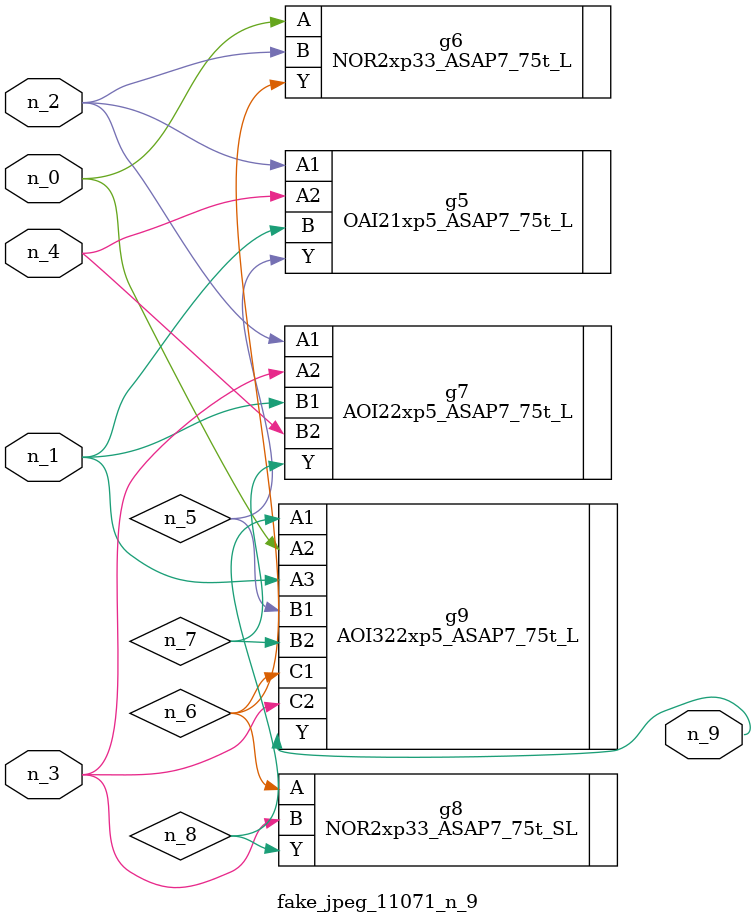
<source format=v>
module fake_jpeg_11071_n_9 (n_3, n_2, n_1, n_0, n_4, n_9);

input n_3;
input n_2;
input n_1;
input n_0;
input n_4;

output n_9;

wire n_8;
wire n_6;
wire n_5;
wire n_7;

OAI21xp5_ASAP7_75t_L g5 ( 
.A1(n_2),
.A2(n_4),
.B(n_1),
.Y(n_5)
);

NOR2xp33_ASAP7_75t_L g6 ( 
.A(n_0),
.B(n_2),
.Y(n_6)
);

AOI22xp5_ASAP7_75t_L g7 ( 
.A1(n_2),
.A2(n_3),
.B1(n_1),
.B2(n_4),
.Y(n_7)
);

NOR2xp33_ASAP7_75t_SL g8 ( 
.A(n_6),
.B(n_3),
.Y(n_8)
);

AOI322xp5_ASAP7_75t_L g9 ( 
.A1(n_8),
.A2(n_0),
.A3(n_1),
.B1(n_5),
.B2(n_7),
.C1(n_6),
.C2(n_3),
.Y(n_9)
);


endmodule
</source>
